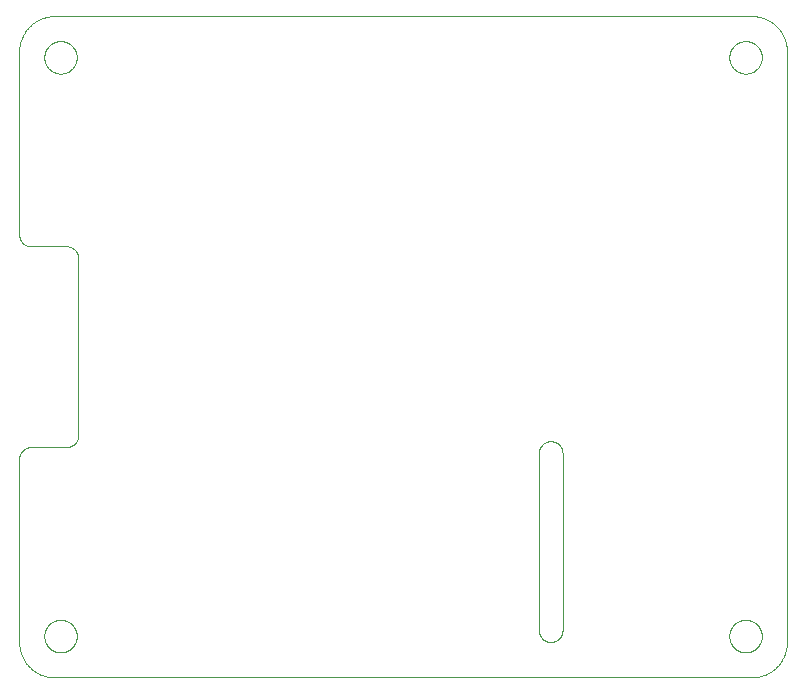
<source format=gko>
G75*
%MOIN*%
%OFA0B0*%
%FSLAX25Y25*%
%IPPOS*%
%LPD*%
%AMOC8*
5,1,8,0,0,1.08239X$1,22.5*
%
%ADD10C,0.00000*%
D10*
X0016811Y0005000D02*
X0249094Y0005000D01*
X0249379Y0005003D01*
X0249665Y0005014D01*
X0249950Y0005031D01*
X0250234Y0005055D01*
X0250518Y0005086D01*
X0250801Y0005124D01*
X0251082Y0005169D01*
X0251363Y0005220D01*
X0251643Y0005278D01*
X0251921Y0005343D01*
X0252197Y0005415D01*
X0252471Y0005493D01*
X0252744Y0005578D01*
X0253014Y0005670D01*
X0253282Y0005768D01*
X0253548Y0005872D01*
X0253811Y0005983D01*
X0254071Y0006100D01*
X0254329Y0006223D01*
X0254583Y0006353D01*
X0254834Y0006489D01*
X0255082Y0006630D01*
X0255326Y0006778D01*
X0255567Y0006931D01*
X0255803Y0007091D01*
X0256036Y0007256D01*
X0256265Y0007426D01*
X0256490Y0007602D01*
X0256710Y0007784D01*
X0256926Y0007970D01*
X0257137Y0008162D01*
X0257344Y0008359D01*
X0257546Y0008561D01*
X0257743Y0008768D01*
X0257935Y0008979D01*
X0258121Y0009195D01*
X0258303Y0009415D01*
X0258479Y0009640D01*
X0258649Y0009869D01*
X0258814Y0010102D01*
X0258974Y0010338D01*
X0259127Y0010579D01*
X0259275Y0010823D01*
X0259416Y0011071D01*
X0259552Y0011322D01*
X0259682Y0011576D01*
X0259805Y0011834D01*
X0259922Y0012094D01*
X0260033Y0012357D01*
X0260137Y0012623D01*
X0260235Y0012891D01*
X0260327Y0013161D01*
X0260412Y0013434D01*
X0260490Y0013708D01*
X0260562Y0013984D01*
X0260627Y0014262D01*
X0260685Y0014542D01*
X0260736Y0014823D01*
X0260781Y0015104D01*
X0260819Y0015387D01*
X0260850Y0015671D01*
X0260874Y0015955D01*
X0260891Y0016240D01*
X0260902Y0016526D01*
X0260905Y0016811D01*
X0260906Y0016811D02*
X0260906Y0213661D01*
X0260905Y0213661D02*
X0260902Y0213946D01*
X0260891Y0214232D01*
X0260874Y0214517D01*
X0260850Y0214801D01*
X0260819Y0215085D01*
X0260781Y0215368D01*
X0260736Y0215649D01*
X0260685Y0215930D01*
X0260627Y0216210D01*
X0260562Y0216488D01*
X0260490Y0216764D01*
X0260412Y0217038D01*
X0260327Y0217311D01*
X0260235Y0217581D01*
X0260137Y0217849D01*
X0260033Y0218115D01*
X0259922Y0218378D01*
X0259805Y0218638D01*
X0259682Y0218896D01*
X0259552Y0219150D01*
X0259416Y0219401D01*
X0259275Y0219649D01*
X0259127Y0219893D01*
X0258974Y0220134D01*
X0258814Y0220370D01*
X0258649Y0220603D01*
X0258479Y0220832D01*
X0258303Y0221057D01*
X0258121Y0221277D01*
X0257935Y0221493D01*
X0257743Y0221704D01*
X0257546Y0221911D01*
X0257344Y0222113D01*
X0257137Y0222310D01*
X0256926Y0222502D01*
X0256710Y0222688D01*
X0256490Y0222870D01*
X0256265Y0223046D01*
X0256036Y0223216D01*
X0255803Y0223381D01*
X0255567Y0223541D01*
X0255326Y0223694D01*
X0255082Y0223842D01*
X0254834Y0223983D01*
X0254583Y0224119D01*
X0254329Y0224249D01*
X0254071Y0224372D01*
X0253811Y0224489D01*
X0253548Y0224600D01*
X0253282Y0224704D01*
X0253014Y0224802D01*
X0252744Y0224894D01*
X0252471Y0224979D01*
X0252197Y0225057D01*
X0251921Y0225129D01*
X0251643Y0225194D01*
X0251363Y0225252D01*
X0251082Y0225303D01*
X0250801Y0225348D01*
X0250518Y0225386D01*
X0250234Y0225417D01*
X0249950Y0225441D01*
X0249665Y0225458D01*
X0249379Y0225469D01*
X0249094Y0225472D01*
X0016811Y0225472D01*
X0016526Y0225469D01*
X0016240Y0225458D01*
X0015955Y0225441D01*
X0015671Y0225417D01*
X0015387Y0225386D01*
X0015104Y0225348D01*
X0014823Y0225303D01*
X0014542Y0225252D01*
X0014262Y0225194D01*
X0013984Y0225129D01*
X0013708Y0225057D01*
X0013434Y0224979D01*
X0013161Y0224894D01*
X0012891Y0224802D01*
X0012623Y0224704D01*
X0012357Y0224600D01*
X0012094Y0224489D01*
X0011834Y0224372D01*
X0011576Y0224249D01*
X0011322Y0224119D01*
X0011071Y0223983D01*
X0010823Y0223842D01*
X0010579Y0223694D01*
X0010338Y0223541D01*
X0010102Y0223381D01*
X0009869Y0223216D01*
X0009640Y0223046D01*
X0009415Y0222870D01*
X0009195Y0222688D01*
X0008979Y0222502D01*
X0008768Y0222310D01*
X0008561Y0222113D01*
X0008359Y0221911D01*
X0008162Y0221704D01*
X0007970Y0221493D01*
X0007784Y0221277D01*
X0007602Y0221057D01*
X0007426Y0220832D01*
X0007256Y0220603D01*
X0007091Y0220370D01*
X0006931Y0220134D01*
X0006778Y0219893D01*
X0006630Y0219649D01*
X0006489Y0219401D01*
X0006353Y0219150D01*
X0006223Y0218896D01*
X0006100Y0218638D01*
X0005983Y0218378D01*
X0005872Y0218115D01*
X0005768Y0217849D01*
X0005670Y0217581D01*
X0005578Y0217311D01*
X0005493Y0217038D01*
X0005415Y0216764D01*
X0005343Y0216488D01*
X0005278Y0216210D01*
X0005220Y0215930D01*
X0005169Y0215649D01*
X0005124Y0215368D01*
X0005086Y0215085D01*
X0005055Y0214801D01*
X0005031Y0214517D01*
X0005014Y0214232D01*
X0005003Y0213946D01*
X0005000Y0213661D01*
X0005000Y0152638D01*
X0005002Y0152514D01*
X0005008Y0152391D01*
X0005017Y0152267D01*
X0005031Y0152145D01*
X0005048Y0152022D01*
X0005070Y0151900D01*
X0005095Y0151779D01*
X0005124Y0151659D01*
X0005156Y0151540D01*
X0005193Y0151421D01*
X0005233Y0151304D01*
X0005276Y0151189D01*
X0005324Y0151074D01*
X0005375Y0150962D01*
X0005429Y0150851D01*
X0005487Y0150741D01*
X0005548Y0150634D01*
X0005613Y0150528D01*
X0005681Y0150425D01*
X0005752Y0150324D01*
X0005826Y0150225D01*
X0005903Y0150128D01*
X0005984Y0150034D01*
X0006067Y0149943D01*
X0006153Y0149854D01*
X0006242Y0149768D01*
X0006333Y0149685D01*
X0006427Y0149604D01*
X0006524Y0149527D01*
X0006623Y0149453D01*
X0006724Y0149382D01*
X0006827Y0149314D01*
X0006933Y0149249D01*
X0007040Y0149188D01*
X0007150Y0149130D01*
X0007261Y0149076D01*
X0007373Y0149025D01*
X0007488Y0148977D01*
X0007603Y0148934D01*
X0007720Y0148894D01*
X0007839Y0148857D01*
X0007958Y0148825D01*
X0008078Y0148796D01*
X0008199Y0148771D01*
X0008321Y0148749D01*
X0008444Y0148732D01*
X0008566Y0148718D01*
X0008690Y0148709D01*
X0008813Y0148703D01*
X0008937Y0148701D01*
X0020748Y0148701D01*
X0020872Y0148699D01*
X0020995Y0148693D01*
X0021119Y0148684D01*
X0021241Y0148670D01*
X0021364Y0148653D01*
X0021486Y0148631D01*
X0021607Y0148606D01*
X0021727Y0148577D01*
X0021846Y0148545D01*
X0021965Y0148508D01*
X0022082Y0148468D01*
X0022197Y0148425D01*
X0022312Y0148377D01*
X0022424Y0148326D01*
X0022535Y0148272D01*
X0022645Y0148214D01*
X0022752Y0148153D01*
X0022858Y0148088D01*
X0022961Y0148020D01*
X0023062Y0147949D01*
X0023161Y0147875D01*
X0023258Y0147798D01*
X0023352Y0147717D01*
X0023443Y0147634D01*
X0023532Y0147548D01*
X0023618Y0147459D01*
X0023701Y0147368D01*
X0023782Y0147274D01*
X0023859Y0147177D01*
X0023933Y0147078D01*
X0024004Y0146977D01*
X0024072Y0146874D01*
X0024137Y0146768D01*
X0024198Y0146661D01*
X0024256Y0146551D01*
X0024310Y0146440D01*
X0024361Y0146328D01*
X0024409Y0146213D01*
X0024452Y0146098D01*
X0024492Y0145981D01*
X0024529Y0145862D01*
X0024561Y0145743D01*
X0024590Y0145623D01*
X0024615Y0145502D01*
X0024637Y0145380D01*
X0024654Y0145257D01*
X0024668Y0145135D01*
X0024677Y0145011D01*
X0024683Y0144888D01*
X0024685Y0144764D01*
X0024685Y0085709D01*
X0024683Y0085585D01*
X0024677Y0085462D01*
X0024668Y0085338D01*
X0024654Y0085216D01*
X0024637Y0085093D01*
X0024615Y0084971D01*
X0024590Y0084850D01*
X0024561Y0084730D01*
X0024529Y0084611D01*
X0024492Y0084492D01*
X0024452Y0084375D01*
X0024409Y0084260D01*
X0024361Y0084145D01*
X0024310Y0084033D01*
X0024256Y0083922D01*
X0024198Y0083812D01*
X0024137Y0083705D01*
X0024072Y0083599D01*
X0024004Y0083496D01*
X0023933Y0083395D01*
X0023859Y0083296D01*
X0023782Y0083199D01*
X0023701Y0083105D01*
X0023618Y0083014D01*
X0023532Y0082925D01*
X0023443Y0082839D01*
X0023352Y0082756D01*
X0023258Y0082675D01*
X0023161Y0082598D01*
X0023062Y0082524D01*
X0022961Y0082453D01*
X0022858Y0082385D01*
X0022752Y0082320D01*
X0022645Y0082259D01*
X0022535Y0082201D01*
X0022424Y0082147D01*
X0022312Y0082096D01*
X0022197Y0082048D01*
X0022082Y0082005D01*
X0021965Y0081965D01*
X0021846Y0081928D01*
X0021727Y0081896D01*
X0021607Y0081867D01*
X0021486Y0081842D01*
X0021364Y0081820D01*
X0021241Y0081803D01*
X0021119Y0081789D01*
X0020995Y0081780D01*
X0020872Y0081774D01*
X0020748Y0081772D01*
X0008937Y0081772D01*
X0008813Y0081770D01*
X0008690Y0081764D01*
X0008566Y0081755D01*
X0008444Y0081741D01*
X0008321Y0081724D01*
X0008199Y0081702D01*
X0008078Y0081677D01*
X0007958Y0081648D01*
X0007839Y0081616D01*
X0007720Y0081579D01*
X0007603Y0081539D01*
X0007488Y0081496D01*
X0007373Y0081448D01*
X0007261Y0081397D01*
X0007150Y0081343D01*
X0007040Y0081285D01*
X0006933Y0081224D01*
X0006827Y0081159D01*
X0006724Y0081091D01*
X0006623Y0081020D01*
X0006524Y0080946D01*
X0006427Y0080869D01*
X0006333Y0080788D01*
X0006242Y0080705D01*
X0006153Y0080619D01*
X0006067Y0080530D01*
X0005984Y0080439D01*
X0005903Y0080345D01*
X0005826Y0080248D01*
X0005752Y0080149D01*
X0005681Y0080048D01*
X0005613Y0079945D01*
X0005548Y0079839D01*
X0005487Y0079732D01*
X0005429Y0079622D01*
X0005375Y0079511D01*
X0005324Y0079399D01*
X0005276Y0079284D01*
X0005233Y0079169D01*
X0005193Y0079052D01*
X0005156Y0078933D01*
X0005124Y0078814D01*
X0005095Y0078694D01*
X0005070Y0078573D01*
X0005048Y0078451D01*
X0005031Y0078328D01*
X0005017Y0078206D01*
X0005008Y0078082D01*
X0005002Y0077959D01*
X0005000Y0077835D01*
X0005000Y0016811D01*
X0005003Y0016526D01*
X0005014Y0016240D01*
X0005031Y0015955D01*
X0005055Y0015671D01*
X0005086Y0015387D01*
X0005124Y0015104D01*
X0005169Y0014823D01*
X0005220Y0014542D01*
X0005278Y0014262D01*
X0005343Y0013984D01*
X0005415Y0013708D01*
X0005493Y0013434D01*
X0005578Y0013161D01*
X0005670Y0012891D01*
X0005768Y0012623D01*
X0005872Y0012357D01*
X0005983Y0012094D01*
X0006100Y0011834D01*
X0006223Y0011576D01*
X0006353Y0011322D01*
X0006489Y0011071D01*
X0006630Y0010823D01*
X0006778Y0010579D01*
X0006931Y0010338D01*
X0007091Y0010102D01*
X0007256Y0009869D01*
X0007426Y0009640D01*
X0007602Y0009415D01*
X0007784Y0009195D01*
X0007970Y0008979D01*
X0008162Y0008768D01*
X0008359Y0008561D01*
X0008561Y0008359D01*
X0008768Y0008162D01*
X0008979Y0007970D01*
X0009195Y0007784D01*
X0009415Y0007602D01*
X0009640Y0007426D01*
X0009869Y0007256D01*
X0010102Y0007091D01*
X0010338Y0006931D01*
X0010579Y0006778D01*
X0010823Y0006630D01*
X0011071Y0006489D01*
X0011322Y0006353D01*
X0011576Y0006223D01*
X0011834Y0006100D01*
X0012094Y0005983D01*
X0012357Y0005872D01*
X0012623Y0005768D01*
X0012891Y0005670D01*
X0013161Y0005578D01*
X0013434Y0005493D01*
X0013708Y0005415D01*
X0013984Y0005343D01*
X0014262Y0005278D01*
X0014542Y0005220D01*
X0014823Y0005169D01*
X0015104Y0005124D01*
X0015387Y0005086D01*
X0015671Y0005055D01*
X0015955Y0005031D01*
X0016240Y0005014D01*
X0016526Y0005003D01*
X0016811Y0005000D01*
X0013367Y0018780D02*
X0013369Y0018927D01*
X0013375Y0019073D01*
X0013385Y0019219D01*
X0013399Y0019365D01*
X0013417Y0019511D01*
X0013438Y0019656D01*
X0013464Y0019800D01*
X0013494Y0019944D01*
X0013527Y0020086D01*
X0013564Y0020228D01*
X0013605Y0020369D01*
X0013650Y0020508D01*
X0013699Y0020647D01*
X0013751Y0020784D01*
X0013808Y0020919D01*
X0013867Y0021053D01*
X0013931Y0021185D01*
X0013998Y0021315D01*
X0014068Y0021444D01*
X0014142Y0021571D01*
X0014219Y0021695D01*
X0014300Y0021818D01*
X0014384Y0021938D01*
X0014471Y0022056D01*
X0014561Y0022171D01*
X0014654Y0022284D01*
X0014751Y0022395D01*
X0014850Y0022503D01*
X0014952Y0022608D01*
X0015057Y0022710D01*
X0015165Y0022809D01*
X0015276Y0022906D01*
X0015389Y0022999D01*
X0015504Y0023089D01*
X0015622Y0023176D01*
X0015742Y0023260D01*
X0015865Y0023341D01*
X0015989Y0023418D01*
X0016116Y0023492D01*
X0016245Y0023562D01*
X0016375Y0023629D01*
X0016507Y0023693D01*
X0016641Y0023752D01*
X0016776Y0023809D01*
X0016913Y0023861D01*
X0017052Y0023910D01*
X0017191Y0023955D01*
X0017332Y0023996D01*
X0017474Y0024033D01*
X0017616Y0024066D01*
X0017760Y0024096D01*
X0017904Y0024122D01*
X0018049Y0024143D01*
X0018195Y0024161D01*
X0018341Y0024175D01*
X0018487Y0024185D01*
X0018633Y0024191D01*
X0018780Y0024193D01*
X0018927Y0024191D01*
X0019073Y0024185D01*
X0019219Y0024175D01*
X0019365Y0024161D01*
X0019511Y0024143D01*
X0019656Y0024122D01*
X0019800Y0024096D01*
X0019944Y0024066D01*
X0020086Y0024033D01*
X0020228Y0023996D01*
X0020369Y0023955D01*
X0020508Y0023910D01*
X0020647Y0023861D01*
X0020784Y0023809D01*
X0020919Y0023752D01*
X0021053Y0023693D01*
X0021185Y0023629D01*
X0021315Y0023562D01*
X0021444Y0023492D01*
X0021571Y0023418D01*
X0021695Y0023341D01*
X0021818Y0023260D01*
X0021938Y0023176D01*
X0022056Y0023089D01*
X0022171Y0022999D01*
X0022284Y0022906D01*
X0022395Y0022809D01*
X0022503Y0022710D01*
X0022608Y0022608D01*
X0022710Y0022503D01*
X0022809Y0022395D01*
X0022906Y0022284D01*
X0022999Y0022171D01*
X0023089Y0022056D01*
X0023176Y0021938D01*
X0023260Y0021818D01*
X0023341Y0021695D01*
X0023418Y0021571D01*
X0023492Y0021444D01*
X0023562Y0021315D01*
X0023629Y0021185D01*
X0023693Y0021053D01*
X0023752Y0020919D01*
X0023809Y0020784D01*
X0023861Y0020647D01*
X0023910Y0020508D01*
X0023955Y0020369D01*
X0023996Y0020228D01*
X0024033Y0020086D01*
X0024066Y0019944D01*
X0024096Y0019800D01*
X0024122Y0019656D01*
X0024143Y0019511D01*
X0024161Y0019365D01*
X0024175Y0019219D01*
X0024185Y0019073D01*
X0024191Y0018927D01*
X0024193Y0018780D01*
X0024191Y0018633D01*
X0024185Y0018487D01*
X0024175Y0018341D01*
X0024161Y0018195D01*
X0024143Y0018049D01*
X0024122Y0017904D01*
X0024096Y0017760D01*
X0024066Y0017616D01*
X0024033Y0017474D01*
X0023996Y0017332D01*
X0023955Y0017191D01*
X0023910Y0017052D01*
X0023861Y0016913D01*
X0023809Y0016776D01*
X0023752Y0016641D01*
X0023693Y0016507D01*
X0023629Y0016375D01*
X0023562Y0016245D01*
X0023492Y0016116D01*
X0023418Y0015989D01*
X0023341Y0015865D01*
X0023260Y0015742D01*
X0023176Y0015622D01*
X0023089Y0015504D01*
X0022999Y0015389D01*
X0022906Y0015276D01*
X0022809Y0015165D01*
X0022710Y0015057D01*
X0022608Y0014952D01*
X0022503Y0014850D01*
X0022395Y0014751D01*
X0022284Y0014654D01*
X0022171Y0014561D01*
X0022056Y0014471D01*
X0021938Y0014384D01*
X0021818Y0014300D01*
X0021695Y0014219D01*
X0021571Y0014142D01*
X0021444Y0014068D01*
X0021315Y0013998D01*
X0021185Y0013931D01*
X0021053Y0013867D01*
X0020919Y0013808D01*
X0020784Y0013751D01*
X0020647Y0013699D01*
X0020508Y0013650D01*
X0020369Y0013605D01*
X0020228Y0013564D01*
X0020086Y0013527D01*
X0019944Y0013494D01*
X0019800Y0013464D01*
X0019656Y0013438D01*
X0019511Y0013417D01*
X0019365Y0013399D01*
X0019219Y0013385D01*
X0019073Y0013375D01*
X0018927Y0013369D01*
X0018780Y0013367D01*
X0018633Y0013369D01*
X0018487Y0013375D01*
X0018341Y0013385D01*
X0018195Y0013399D01*
X0018049Y0013417D01*
X0017904Y0013438D01*
X0017760Y0013464D01*
X0017616Y0013494D01*
X0017474Y0013527D01*
X0017332Y0013564D01*
X0017191Y0013605D01*
X0017052Y0013650D01*
X0016913Y0013699D01*
X0016776Y0013751D01*
X0016641Y0013808D01*
X0016507Y0013867D01*
X0016375Y0013931D01*
X0016245Y0013998D01*
X0016116Y0014068D01*
X0015989Y0014142D01*
X0015865Y0014219D01*
X0015742Y0014300D01*
X0015622Y0014384D01*
X0015504Y0014471D01*
X0015389Y0014561D01*
X0015276Y0014654D01*
X0015165Y0014751D01*
X0015057Y0014850D01*
X0014952Y0014952D01*
X0014850Y0015057D01*
X0014751Y0015165D01*
X0014654Y0015276D01*
X0014561Y0015389D01*
X0014471Y0015504D01*
X0014384Y0015622D01*
X0014300Y0015742D01*
X0014219Y0015865D01*
X0014142Y0015989D01*
X0014068Y0016116D01*
X0013998Y0016245D01*
X0013931Y0016375D01*
X0013867Y0016507D01*
X0013808Y0016641D01*
X0013751Y0016776D01*
X0013699Y0016913D01*
X0013650Y0017052D01*
X0013605Y0017191D01*
X0013564Y0017332D01*
X0013527Y0017474D01*
X0013494Y0017616D01*
X0013464Y0017760D01*
X0013438Y0017904D01*
X0013417Y0018049D01*
X0013399Y0018195D01*
X0013385Y0018341D01*
X0013375Y0018487D01*
X0013369Y0018633D01*
X0013367Y0018780D01*
X0178228Y0020748D02*
X0178228Y0079803D01*
X0178230Y0079927D01*
X0178236Y0080050D01*
X0178245Y0080174D01*
X0178259Y0080296D01*
X0178276Y0080419D01*
X0178298Y0080541D01*
X0178323Y0080662D01*
X0178352Y0080782D01*
X0178384Y0080901D01*
X0178421Y0081020D01*
X0178461Y0081137D01*
X0178504Y0081252D01*
X0178552Y0081367D01*
X0178603Y0081479D01*
X0178657Y0081590D01*
X0178715Y0081700D01*
X0178776Y0081807D01*
X0178841Y0081913D01*
X0178909Y0082016D01*
X0178980Y0082117D01*
X0179054Y0082216D01*
X0179131Y0082313D01*
X0179212Y0082407D01*
X0179295Y0082498D01*
X0179381Y0082587D01*
X0179470Y0082673D01*
X0179561Y0082756D01*
X0179655Y0082837D01*
X0179752Y0082914D01*
X0179851Y0082988D01*
X0179952Y0083059D01*
X0180055Y0083127D01*
X0180161Y0083192D01*
X0180268Y0083253D01*
X0180378Y0083311D01*
X0180489Y0083365D01*
X0180601Y0083416D01*
X0180716Y0083464D01*
X0180831Y0083507D01*
X0180948Y0083547D01*
X0181067Y0083584D01*
X0181186Y0083616D01*
X0181306Y0083645D01*
X0181427Y0083670D01*
X0181549Y0083692D01*
X0181672Y0083709D01*
X0181794Y0083723D01*
X0181918Y0083732D01*
X0182041Y0083738D01*
X0182165Y0083740D01*
X0182289Y0083738D01*
X0182412Y0083732D01*
X0182536Y0083723D01*
X0182658Y0083709D01*
X0182781Y0083692D01*
X0182903Y0083670D01*
X0183024Y0083645D01*
X0183144Y0083616D01*
X0183263Y0083584D01*
X0183382Y0083547D01*
X0183499Y0083507D01*
X0183614Y0083464D01*
X0183729Y0083416D01*
X0183841Y0083365D01*
X0183952Y0083311D01*
X0184062Y0083253D01*
X0184169Y0083192D01*
X0184275Y0083127D01*
X0184378Y0083059D01*
X0184479Y0082988D01*
X0184578Y0082914D01*
X0184675Y0082837D01*
X0184769Y0082756D01*
X0184860Y0082673D01*
X0184949Y0082587D01*
X0185035Y0082498D01*
X0185118Y0082407D01*
X0185199Y0082313D01*
X0185276Y0082216D01*
X0185350Y0082117D01*
X0185421Y0082016D01*
X0185489Y0081913D01*
X0185554Y0081807D01*
X0185615Y0081700D01*
X0185673Y0081590D01*
X0185727Y0081479D01*
X0185778Y0081367D01*
X0185826Y0081252D01*
X0185869Y0081137D01*
X0185909Y0081020D01*
X0185946Y0080901D01*
X0185978Y0080782D01*
X0186007Y0080662D01*
X0186032Y0080541D01*
X0186054Y0080419D01*
X0186071Y0080296D01*
X0186085Y0080174D01*
X0186094Y0080050D01*
X0186100Y0079927D01*
X0186102Y0079803D01*
X0186102Y0020748D01*
X0182165Y0016811D02*
X0182041Y0016813D01*
X0181918Y0016819D01*
X0181794Y0016828D01*
X0181672Y0016842D01*
X0181549Y0016859D01*
X0181427Y0016881D01*
X0181306Y0016906D01*
X0181186Y0016935D01*
X0181067Y0016967D01*
X0180948Y0017004D01*
X0180831Y0017044D01*
X0180716Y0017087D01*
X0180601Y0017135D01*
X0180489Y0017186D01*
X0180378Y0017240D01*
X0180268Y0017298D01*
X0180161Y0017359D01*
X0180055Y0017424D01*
X0179952Y0017492D01*
X0179851Y0017563D01*
X0179752Y0017637D01*
X0179655Y0017714D01*
X0179561Y0017795D01*
X0179470Y0017878D01*
X0179381Y0017964D01*
X0179295Y0018053D01*
X0179212Y0018144D01*
X0179131Y0018238D01*
X0179054Y0018335D01*
X0178980Y0018434D01*
X0178909Y0018535D01*
X0178841Y0018638D01*
X0178776Y0018744D01*
X0178715Y0018851D01*
X0178657Y0018961D01*
X0178603Y0019072D01*
X0178552Y0019184D01*
X0178504Y0019299D01*
X0178461Y0019414D01*
X0178421Y0019531D01*
X0178384Y0019650D01*
X0178352Y0019769D01*
X0178323Y0019889D01*
X0178298Y0020010D01*
X0178276Y0020132D01*
X0178259Y0020255D01*
X0178245Y0020377D01*
X0178236Y0020501D01*
X0178230Y0020624D01*
X0178228Y0020748D01*
X0182165Y0016811D02*
X0182289Y0016813D01*
X0182412Y0016819D01*
X0182536Y0016828D01*
X0182658Y0016842D01*
X0182781Y0016859D01*
X0182903Y0016881D01*
X0183024Y0016906D01*
X0183144Y0016935D01*
X0183263Y0016967D01*
X0183382Y0017004D01*
X0183499Y0017044D01*
X0183614Y0017087D01*
X0183729Y0017135D01*
X0183841Y0017186D01*
X0183952Y0017240D01*
X0184062Y0017298D01*
X0184169Y0017359D01*
X0184275Y0017424D01*
X0184378Y0017492D01*
X0184479Y0017563D01*
X0184578Y0017637D01*
X0184675Y0017714D01*
X0184769Y0017795D01*
X0184860Y0017878D01*
X0184949Y0017964D01*
X0185035Y0018053D01*
X0185118Y0018144D01*
X0185199Y0018238D01*
X0185276Y0018335D01*
X0185350Y0018434D01*
X0185421Y0018535D01*
X0185489Y0018638D01*
X0185554Y0018744D01*
X0185615Y0018851D01*
X0185673Y0018961D01*
X0185727Y0019072D01*
X0185778Y0019184D01*
X0185826Y0019299D01*
X0185869Y0019414D01*
X0185909Y0019531D01*
X0185946Y0019650D01*
X0185978Y0019769D01*
X0186007Y0019889D01*
X0186032Y0020010D01*
X0186054Y0020132D01*
X0186071Y0020255D01*
X0186085Y0020377D01*
X0186094Y0020501D01*
X0186100Y0020624D01*
X0186102Y0020748D01*
X0241713Y0018780D02*
X0241715Y0018927D01*
X0241721Y0019073D01*
X0241731Y0019219D01*
X0241745Y0019365D01*
X0241763Y0019511D01*
X0241784Y0019656D01*
X0241810Y0019800D01*
X0241840Y0019944D01*
X0241873Y0020086D01*
X0241910Y0020228D01*
X0241951Y0020369D01*
X0241996Y0020508D01*
X0242045Y0020647D01*
X0242097Y0020784D01*
X0242154Y0020919D01*
X0242213Y0021053D01*
X0242277Y0021185D01*
X0242344Y0021315D01*
X0242414Y0021444D01*
X0242488Y0021571D01*
X0242565Y0021695D01*
X0242646Y0021818D01*
X0242730Y0021938D01*
X0242817Y0022056D01*
X0242907Y0022171D01*
X0243000Y0022284D01*
X0243097Y0022395D01*
X0243196Y0022503D01*
X0243298Y0022608D01*
X0243403Y0022710D01*
X0243511Y0022809D01*
X0243622Y0022906D01*
X0243735Y0022999D01*
X0243850Y0023089D01*
X0243968Y0023176D01*
X0244088Y0023260D01*
X0244211Y0023341D01*
X0244335Y0023418D01*
X0244462Y0023492D01*
X0244591Y0023562D01*
X0244721Y0023629D01*
X0244853Y0023693D01*
X0244987Y0023752D01*
X0245122Y0023809D01*
X0245259Y0023861D01*
X0245398Y0023910D01*
X0245537Y0023955D01*
X0245678Y0023996D01*
X0245820Y0024033D01*
X0245962Y0024066D01*
X0246106Y0024096D01*
X0246250Y0024122D01*
X0246395Y0024143D01*
X0246541Y0024161D01*
X0246687Y0024175D01*
X0246833Y0024185D01*
X0246979Y0024191D01*
X0247126Y0024193D01*
X0247273Y0024191D01*
X0247419Y0024185D01*
X0247565Y0024175D01*
X0247711Y0024161D01*
X0247857Y0024143D01*
X0248002Y0024122D01*
X0248146Y0024096D01*
X0248290Y0024066D01*
X0248432Y0024033D01*
X0248574Y0023996D01*
X0248715Y0023955D01*
X0248854Y0023910D01*
X0248993Y0023861D01*
X0249130Y0023809D01*
X0249265Y0023752D01*
X0249399Y0023693D01*
X0249531Y0023629D01*
X0249661Y0023562D01*
X0249790Y0023492D01*
X0249917Y0023418D01*
X0250041Y0023341D01*
X0250164Y0023260D01*
X0250284Y0023176D01*
X0250402Y0023089D01*
X0250517Y0022999D01*
X0250630Y0022906D01*
X0250741Y0022809D01*
X0250849Y0022710D01*
X0250954Y0022608D01*
X0251056Y0022503D01*
X0251155Y0022395D01*
X0251252Y0022284D01*
X0251345Y0022171D01*
X0251435Y0022056D01*
X0251522Y0021938D01*
X0251606Y0021818D01*
X0251687Y0021695D01*
X0251764Y0021571D01*
X0251838Y0021444D01*
X0251908Y0021315D01*
X0251975Y0021185D01*
X0252039Y0021053D01*
X0252098Y0020919D01*
X0252155Y0020784D01*
X0252207Y0020647D01*
X0252256Y0020508D01*
X0252301Y0020369D01*
X0252342Y0020228D01*
X0252379Y0020086D01*
X0252412Y0019944D01*
X0252442Y0019800D01*
X0252468Y0019656D01*
X0252489Y0019511D01*
X0252507Y0019365D01*
X0252521Y0019219D01*
X0252531Y0019073D01*
X0252537Y0018927D01*
X0252539Y0018780D01*
X0252537Y0018633D01*
X0252531Y0018487D01*
X0252521Y0018341D01*
X0252507Y0018195D01*
X0252489Y0018049D01*
X0252468Y0017904D01*
X0252442Y0017760D01*
X0252412Y0017616D01*
X0252379Y0017474D01*
X0252342Y0017332D01*
X0252301Y0017191D01*
X0252256Y0017052D01*
X0252207Y0016913D01*
X0252155Y0016776D01*
X0252098Y0016641D01*
X0252039Y0016507D01*
X0251975Y0016375D01*
X0251908Y0016245D01*
X0251838Y0016116D01*
X0251764Y0015989D01*
X0251687Y0015865D01*
X0251606Y0015742D01*
X0251522Y0015622D01*
X0251435Y0015504D01*
X0251345Y0015389D01*
X0251252Y0015276D01*
X0251155Y0015165D01*
X0251056Y0015057D01*
X0250954Y0014952D01*
X0250849Y0014850D01*
X0250741Y0014751D01*
X0250630Y0014654D01*
X0250517Y0014561D01*
X0250402Y0014471D01*
X0250284Y0014384D01*
X0250164Y0014300D01*
X0250041Y0014219D01*
X0249917Y0014142D01*
X0249790Y0014068D01*
X0249661Y0013998D01*
X0249531Y0013931D01*
X0249399Y0013867D01*
X0249265Y0013808D01*
X0249130Y0013751D01*
X0248993Y0013699D01*
X0248854Y0013650D01*
X0248715Y0013605D01*
X0248574Y0013564D01*
X0248432Y0013527D01*
X0248290Y0013494D01*
X0248146Y0013464D01*
X0248002Y0013438D01*
X0247857Y0013417D01*
X0247711Y0013399D01*
X0247565Y0013385D01*
X0247419Y0013375D01*
X0247273Y0013369D01*
X0247126Y0013367D01*
X0246979Y0013369D01*
X0246833Y0013375D01*
X0246687Y0013385D01*
X0246541Y0013399D01*
X0246395Y0013417D01*
X0246250Y0013438D01*
X0246106Y0013464D01*
X0245962Y0013494D01*
X0245820Y0013527D01*
X0245678Y0013564D01*
X0245537Y0013605D01*
X0245398Y0013650D01*
X0245259Y0013699D01*
X0245122Y0013751D01*
X0244987Y0013808D01*
X0244853Y0013867D01*
X0244721Y0013931D01*
X0244591Y0013998D01*
X0244462Y0014068D01*
X0244335Y0014142D01*
X0244211Y0014219D01*
X0244088Y0014300D01*
X0243968Y0014384D01*
X0243850Y0014471D01*
X0243735Y0014561D01*
X0243622Y0014654D01*
X0243511Y0014751D01*
X0243403Y0014850D01*
X0243298Y0014952D01*
X0243196Y0015057D01*
X0243097Y0015165D01*
X0243000Y0015276D01*
X0242907Y0015389D01*
X0242817Y0015504D01*
X0242730Y0015622D01*
X0242646Y0015742D01*
X0242565Y0015865D01*
X0242488Y0015989D01*
X0242414Y0016116D01*
X0242344Y0016245D01*
X0242277Y0016375D01*
X0242213Y0016507D01*
X0242154Y0016641D01*
X0242097Y0016776D01*
X0242045Y0016913D01*
X0241996Y0017052D01*
X0241951Y0017191D01*
X0241910Y0017332D01*
X0241873Y0017474D01*
X0241840Y0017616D01*
X0241810Y0017760D01*
X0241784Y0017904D01*
X0241763Y0018049D01*
X0241745Y0018195D01*
X0241731Y0018341D01*
X0241721Y0018487D01*
X0241715Y0018633D01*
X0241713Y0018780D01*
X0241713Y0211693D02*
X0241715Y0211840D01*
X0241721Y0211986D01*
X0241731Y0212132D01*
X0241745Y0212278D01*
X0241763Y0212424D01*
X0241784Y0212569D01*
X0241810Y0212713D01*
X0241840Y0212857D01*
X0241873Y0212999D01*
X0241910Y0213141D01*
X0241951Y0213282D01*
X0241996Y0213421D01*
X0242045Y0213560D01*
X0242097Y0213697D01*
X0242154Y0213832D01*
X0242213Y0213966D01*
X0242277Y0214098D01*
X0242344Y0214228D01*
X0242414Y0214357D01*
X0242488Y0214484D01*
X0242565Y0214608D01*
X0242646Y0214731D01*
X0242730Y0214851D01*
X0242817Y0214969D01*
X0242907Y0215084D01*
X0243000Y0215197D01*
X0243097Y0215308D01*
X0243196Y0215416D01*
X0243298Y0215521D01*
X0243403Y0215623D01*
X0243511Y0215722D01*
X0243622Y0215819D01*
X0243735Y0215912D01*
X0243850Y0216002D01*
X0243968Y0216089D01*
X0244088Y0216173D01*
X0244211Y0216254D01*
X0244335Y0216331D01*
X0244462Y0216405D01*
X0244591Y0216475D01*
X0244721Y0216542D01*
X0244853Y0216606D01*
X0244987Y0216665D01*
X0245122Y0216722D01*
X0245259Y0216774D01*
X0245398Y0216823D01*
X0245537Y0216868D01*
X0245678Y0216909D01*
X0245820Y0216946D01*
X0245962Y0216979D01*
X0246106Y0217009D01*
X0246250Y0217035D01*
X0246395Y0217056D01*
X0246541Y0217074D01*
X0246687Y0217088D01*
X0246833Y0217098D01*
X0246979Y0217104D01*
X0247126Y0217106D01*
X0247273Y0217104D01*
X0247419Y0217098D01*
X0247565Y0217088D01*
X0247711Y0217074D01*
X0247857Y0217056D01*
X0248002Y0217035D01*
X0248146Y0217009D01*
X0248290Y0216979D01*
X0248432Y0216946D01*
X0248574Y0216909D01*
X0248715Y0216868D01*
X0248854Y0216823D01*
X0248993Y0216774D01*
X0249130Y0216722D01*
X0249265Y0216665D01*
X0249399Y0216606D01*
X0249531Y0216542D01*
X0249661Y0216475D01*
X0249790Y0216405D01*
X0249917Y0216331D01*
X0250041Y0216254D01*
X0250164Y0216173D01*
X0250284Y0216089D01*
X0250402Y0216002D01*
X0250517Y0215912D01*
X0250630Y0215819D01*
X0250741Y0215722D01*
X0250849Y0215623D01*
X0250954Y0215521D01*
X0251056Y0215416D01*
X0251155Y0215308D01*
X0251252Y0215197D01*
X0251345Y0215084D01*
X0251435Y0214969D01*
X0251522Y0214851D01*
X0251606Y0214731D01*
X0251687Y0214608D01*
X0251764Y0214484D01*
X0251838Y0214357D01*
X0251908Y0214228D01*
X0251975Y0214098D01*
X0252039Y0213966D01*
X0252098Y0213832D01*
X0252155Y0213697D01*
X0252207Y0213560D01*
X0252256Y0213421D01*
X0252301Y0213282D01*
X0252342Y0213141D01*
X0252379Y0212999D01*
X0252412Y0212857D01*
X0252442Y0212713D01*
X0252468Y0212569D01*
X0252489Y0212424D01*
X0252507Y0212278D01*
X0252521Y0212132D01*
X0252531Y0211986D01*
X0252537Y0211840D01*
X0252539Y0211693D01*
X0252537Y0211546D01*
X0252531Y0211400D01*
X0252521Y0211254D01*
X0252507Y0211108D01*
X0252489Y0210962D01*
X0252468Y0210817D01*
X0252442Y0210673D01*
X0252412Y0210529D01*
X0252379Y0210387D01*
X0252342Y0210245D01*
X0252301Y0210104D01*
X0252256Y0209965D01*
X0252207Y0209826D01*
X0252155Y0209689D01*
X0252098Y0209554D01*
X0252039Y0209420D01*
X0251975Y0209288D01*
X0251908Y0209158D01*
X0251838Y0209029D01*
X0251764Y0208902D01*
X0251687Y0208778D01*
X0251606Y0208655D01*
X0251522Y0208535D01*
X0251435Y0208417D01*
X0251345Y0208302D01*
X0251252Y0208189D01*
X0251155Y0208078D01*
X0251056Y0207970D01*
X0250954Y0207865D01*
X0250849Y0207763D01*
X0250741Y0207664D01*
X0250630Y0207567D01*
X0250517Y0207474D01*
X0250402Y0207384D01*
X0250284Y0207297D01*
X0250164Y0207213D01*
X0250041Y0207132D01*
X0249917Y0207055D01*
X0249790Y0206981D01*
X0249661Y0206911D01*
X0249531Y0206844D01*
X0249399Y0206780D01*
X0249265Y0206721D01*
X0249130Y0206664D01*
X0248993Y0206612D01*
X0248854Y0206563D01*
X0248715Y0206518D01*
X0248574Y0206477D01*
X0248432Y0206440D01*
X0248290Y0206407D01*
X0248146Y0206377D01*
X0248002Y0206351D01*
X0247857Y0206330D01*
X0247711Y0206312D01*
X0247565Y0206298D01*
X0247419Y0206288D01*
X0247273Y0206282D01*
X0247126Y0206280D01*
X0246979Y0206282D01*
X0246833Y0206288D01*
X0246687Y0206298D01*
X0246541Y0206312D01*
X0246395Y0206330D01*
X0246250Y0206351D01*
X0246106Y0206377D01*
X0245962Y0206407D01*
X0245820Y0206440D01*
X0245678Y0206477D01*
X0245537Y0206518D01*
X0245398Y0206563D01*
X0245259Y0206612D01*
X0245122Y0206664D01*
X0244987Y0206721D01*
X0244853Y0206780D01*
X0244721Y0206844D01*
X0244591Y0206911D01*
X0244462Y0206981D01*
X0244335Y0207055D01*
X0244211Y0207132D01*
X0244088Y0207213D01*
X0243968Y0207297D01*
X0243850Y0207384D01*
X0243735Y0207474D01*
X0243622Y0207567D01*
X0243511Y0207664D01*
X0243403Y0207763D01*
X0243298Y0207865D01*
X0243196Y0207970D01*
X0243097Y0208078D01*
X0243000Y0208189D01*
X0242907Y0208302D01*
X0242817Y0208417D01*
X0242730Y0208535D01*
X0242646Y0208655D01*
X0242565Y0208778D01*
X0242488Y0208902D01*
X0242414Y0209029D01*
X0242344Y0209158D01*
X0242277Y0209288D01*
X0242213Y0209420D01*
X0242154Y0209554D01*
X0242097Y0209689D01*
X0242045Y0209826D01*
X0241996Y0209965D01*
X0241951Y0210104D01*
X0241910Y0210245D01*
X0241873Y0210387D01*
X0241840Y0210529D01*
X0241810Y0210673D01*
X0241784Y0210817D01*
X0241763Y0210962D01*
X0241745Y0211108D01*
X0241731Y0211254D01*
X0241721Y0211400D01*
X0241715Y0211546D01*
X0241713Y0211693D01*
X0013367Y0211693D02*
X0013369Y0211840D01*
X0013375Y0211986D01*
X0013385Y0212132D01*
X0013399Y0212278D01*
X0013417Y0212424D01*
X0013438Y0212569D01*
X0013464Y0212713D01*
X0013494Y0212857D01*
X0013527Y0212999D01*
X0013564Y0213141D01*
X0013605Y0213282D01*
X0013650Y0213421D01*
X0013699Y0213560D01*
X0013751Y0213697D01*
X0013808Y0213832D01*
X0013867Y0213966D01*
X0013931Y0214098D01*
X0013998Y0214228D01*
X0014068Y0214357D01*
X0014142Y0214484D01*
X0014219Y0214608D01*
X0014300Y0214731D01*
X0014384Y0214851D01*
X0014471Y0214969D01*
X0014561Y0215084D01*
X0014654Y0215197D01*
X0014751Y0215308D01*
X0014850Y0215416D01*
X0014952Y0215521D01*
X0015057Y0215623D01*
X0015165Y0215722D01*
X0015276Y0215819D01*
X0015389Y0215912D01*
X0015504Y0216002D01*
X0015622Y0216089D01*
X0015742Y0216173D01*
X0015865Y0216254D01*
X0015989Y0216331D01*
X0016116Y0216405D01*
X0016245Y0216475D01*
X0016375Y0216542D01*
X0016507Y0216606D01*
X0016641Y0216665D01*
X0016776Y0216722D01*
X0016913Y0216774D01*
X0017052Y0216823D01*
X0017191Y0216868D01*
X0017332Y0216909D01*
X0017474Y0216946D01*
X0017616Y0216979D01*
X0017760Y0217009D01*
X0017904Y0217035D01*
X0018049Y0217056D01*
X0018195Y0217074D01*
X0018341Y0217088D01*
X0018487Y0217098D01*
X0018633Y0217104D01*
X0018780Y0217106D01*
X0018927Y0217104D01*
X0019073Y0217098D01*
X0019219Y0217088D01*
X0019365Y0217074D01*
X0019511Y0217056D01*
X0019656Y0217035D01*
X0019800Y0217009D01*
X0019944Y0216979D01*
X0020086Y0216946D01*
X0020228Y0216909D01*
X0020369Y0216868D01*
X0020508Y0216823D01*
X0020647Y0216774D01*
X0020784Y0216722D01*
X0020919Y0216665D01*
X0021053Y0216606D01*
X0021185Y0216542D01*
X0021315Y0216475D01*
X0021444Y0216405D01*
X0021571Y0216331D01*
X0021695Y0216254D01*
X0021818Y0216173D01*
X0021938Y0216089D01*
X0022056Y0216002D01*
X0022171Y0215912D01*
X0022284Y0215819D01*
X0022395Y0215722D01*
X0022503Y0215623D01*
X0022608Y0215521D01*
X0022710Y0215416D01*
X0022809Y0215308D01*
X0022906Y0215197D01*
X0022999Y0215084D01*
X0023089Y0214969D01*
X0023176Y0214851D01*
X0023260Y0214731D01*
X0023341Y0214608D01*
X0023418Y0214484D01*
X0023492Y0214357D01*
X0023562Y0214228D01*
X0023629Y0214098D01*
X0023693Y0213966D01*
X0023752Y0213832D01*
X0023809Y0213697D01*
X0023861Y0213560D01*
X0023910Y0213421D01*
X0023955Y0213282D01*
X0023996Y0213141D01*
X0024033Y0212999D01*
X0024066Y0212857D01*
X0024096Y0212713D01*
X0024122Y0212569D01*
X0024143Y0212424D01*
X0024161Y0212278D01*
X0024175Y0212132D01*
X0024185Y0211986D01*
X0024191Y0211840D01*
X0024193Y0211693D01*
X0024191Y0211546D01*
X0024185Y0211400D01*
X0024175Y0211254D01*
X0024161Y0211108D01*
X0024143Y0210962D01*
X0024122Y0210817D01*
X0024096Y0210673D01*
X0024066Y0210529D01*
X0024033Y0210387D01*
X0023996Y0210245D01*
X0023955Y0210104D01*
X0023910Y0209965D01*
X0023861Y0209826D01*
X0023809Y0209689D01*
X0023752Y0209554D01*
X0023693Y0209420D01*
X0023629Y0209288D01*
X0023562Y0209158D01*
X0023492Y0209029D01*
X0023418Y0208902D01*
X0023341Y0208778D01*
X0023260Y0208655D01*
X0023176Y0208535D01*
X0023089Y0208417D01*
X0022999Y0208302D01*
X0022906Y0208189D01*
X0022809Y0208078D01*
X0022710Y0207970D01*
X0022608Y0207865D01*
X0022503Y0207763D01*
X0022395Y0207664D01*
X0022284Y0207567D01*
X0022171Y0207474D01*
X0022056Y0207384D01*
X0021938Y0207297D01*
X0021818Y0207213D01*
X0021695Y0207132D01*
X0021571Y0207055D01*
X0021444Y0206981D01*
X0021315Y0206911D01*
X0021185Y0206844D01*
X0021053Y0206780D01*
X0020919Y0206721D01*
X0020784Y0206664D01*
X0020647Y0206612D01*
X0020508Y0206563D01*
X0020369Y0206518D01*
X0020228Y0206477D01*
X0020086Y0206440D01*
X0019944Y0206407D01*
X0019800Y0206377D01*
X0019656Y0206351D01*
X0019511Y0206330D01*
X0019365Y0206312D01*
X0019219Y0206298D01*
X0019073Y0206288D01*
X0018927Y0206282D01*
X0018780Y0206280D01*
X0018633Y0206282D01*
X0018487Y0206288D01*
X0018341Y0206298D01*
X0018195Y0206312D01*
X0018049Y0206330D01*
X0017904Y0206351D01*
X0017760Y0206377D01*
X0017616Y0206407D01*
X0017474Y0206440D01*
X0017332Y0206477D01*
X0017191Y0206518D01*
X0017052Y0206563D01*
X0016913Y0206612D01*
X0016776Y0206664D01*
X0016641Y0206721D01*
X0016507Y0206780D01*
X0016375Y0206844D01*
X0016245Y0206911D01*
X0016116Y0206981D01*
X0015989Y0207055D01*
X0015865Y0207132D01*
X0015742Y0207213D01*
X0015622Y0207297D01*
X0015504Y0207384D01*
X0015389Y0207474D01*
X0015276Y0207567D01*
X0015165Y0207664D01*
X0015057Y0207763D01*
X0014952Y0207865D01*
X0014850Y0207970D01*
X0014751Y0208078D01*
X0014654Y0208189D01*
X0014561Y0208302D01*
X0014471Y0208417D01*
X0014384Y0208535D01*
X0014300Y0208655D01*
X0014219Y0208778D01*
X0014142Y0208902D01*
X0014068Y0209029D01*
X0013998Y0209158D01*
X0013931Y0209288D01*
X0013867Y0209420D01*
X0013808Y0209554D01*
X0013751Y0209689D01*
X0013699Y0209826D01*
X0013650Y0209965D01*
X0013605Y0210104D01*
X0013564Y0210245D01*
X0013527Y0210387D01*
X0013494Y0210529D01*
X0013464Y0210673D01*
X0013438Y0210817D01*
X0013417Y0210962D01*
X0013399Y0211108D01*
X0013385Y0211254D01*
X0013375Y0211400D01*
X0013369Y0211546D01*
X0013367Y0211693D01*
M02*

</source>
